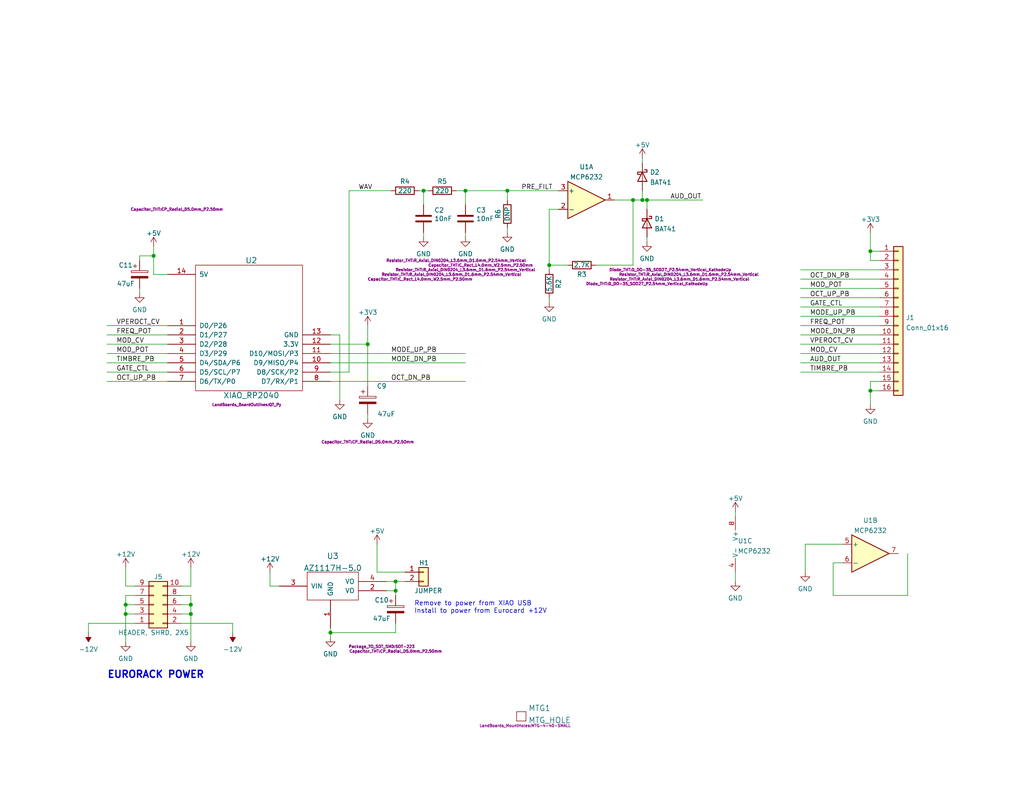
<source format=kicad_sch>
(kicad_sch (version 20211123) (generator eeschema)
  (paper "A")
  (title_block (title "VCO CONTROL LOGIC") (date "2022-10-02") (rev "1") (company "LAND BOARDS LLC") (comment 1 "https://note.com/solder_state/n/nca6a1dec3921"))
  (lib_symbols
    (symbol "Amplifier_Operational:TL072" (pin_names (offset 0.127))
      (property "Reference" "U" (at 0 5.08 0))
      (property "Value" "TL072" (at 0 -5.08 0))
      (symbol "TL072_1_1"
        (polyline (pts (xy -5.08 5.08) (xy 5.08 0) (xy -5.08 -5.08) (xy -5.08 5.08)) (stroke (width 0.254)) (fill (type background)))
        (pin output line (at 7.62 0 180) (length 2.54) (name "~") (number "1"))
        (pin input line (at -7.62 -2.54 0) (length 2.54) (name "-") (number "2"))
        (pin input line (at -7.62 2.54 0) (length 2.54) (name "+") (number "3"))
      )
      (symbol "TL072_2_1"
        (polyline (pts (xy -5.08 5.08) (xy 5.08 0) (xy -5.08 -5.08) (xy -5.08 5.08)) (stroke (width 0.254)) (fill (type background)))
        (pin input line (at -7.62 2.54 0) (length 2.54) (name "+") (number "5"))
        (pin input line (at -7.62 -2.54 0) (length 2.54) (name "-") (number "6"))
        (pin output line (at 7.62 0 180) (length 2.54) (name "~") (number "7"))
      )
      (symbol "TL072_3_1"
        (pin power_in line (at -2.54 -7.62 90) (length 3.81) (name "V-") (number "4"))
        (pin power_in line (at -2.54 7.62 270) (length 3.81) (name "V+") (number "8"))
      )
    )
    (symbol "Connector_Generic:Conn_01x02" (pin_names (offset 1.016) hide)
      (property "Reference" "J" (at 0 2.54 0))
      (property "Value" "Conn_01x02" (at 0 -5.08 0))
      (symbol "Conn_01x02_1_1"
        (rectangle (start -1.27 -2.413) (end 0 -2.667) (stroke (width 0.1524)))
        (rectangle (start -1.27 0.127) (end 0 -0.127) (stroke (width 0.1524)))
        (rectangle (start -1.27 1.27) (end 1.27 -3.81) (stroke (width 0.254)) (fill (type background)))
        (pin passive line (at -5.08 0 0) (length 3.81) (name "Pin_1") (number "1"))
        (pin passive line (at -5.08 -2.54 0) (length 3.81) (name "Pin_2") (number "2"))
      )
    )
    (symbol "Connector_Generic:Conn_01x16" (pin_names (offset 1.016) hide)
      (property "Reference" "J" (at 0 20.32 0))
      (property "Value" "Conn_01x16" (at 0 -22.86 0))
      (symbol "Conn_01x16_1_1"
        (rectangle (start -1.27 -20.193) (end 0 -20.447) (stroke (width 0.1524)))
        (rectangle (start -1.27 -17.653) (end 0 -17.907) (stroke (width 0.1524)))
        (rectangle (start -1.27 -15.113) (end 0 -15.367) (stroke (width 0.1524)))
        (rectangle (start -1.27 -12.573) (end 0 -12.827) (stroke (width 0.1524)))
        (rectangle (start -1.27 -10.033) (end 0 -10.287) (stroke (width 0.1524)))
        (rectangle (start -1.27 -7.493) (end 0 -7.747) (stroke (width 0.1524)))
        (rectangle (start -1.27 -4.953) (end 0 -5.207) (stroke (width 0.1524)))
        (rectangle (start -1.27 -2.413) (end 0 -2.667) (stroke (width 0.1524)))
        (rectangle (start -1.27 0.127) (end 0 -0.127) (stroke (width 0.1524)))
        (rectangle (start -1.27 2.667) (end 0 2.413) (stroke (width 0.1524)))
        (rectangle (start -1.27 5.207) (end 0 4.953) (stroke (width 0.1524)))
        (rectangle (start -1.27 7.747) (end 0 7.493) (stroke (width 0.1524)))
        (rectangle (start -1.27 10.287) (end 0 10.033) (stroke (width 0.1524)))
        (rectangle (start -1.27 12.827) (end 0 12.573) (stroke (width 0.1524)))
        (rectangle (start -1.27 15.367) (end 0 15.113) (stroke (width 0.1524)))
        (rectangle (start -1.27 17.907) (end 0 17.653) (stroke (width 0.1524)))
        (rectangle (start -1.27 19.05) (end 1.27 -21.59) (stroke (width 0.254)) (fill (type background)))
        (pin passive line (at -5.08 17.78 0) (length 3.81) (name "Pin_1") (number "1"))
        (pin passive line (at -5.08 -5.08 0) (length 3.81) (name "Pin_10") (number "10"))
        (pin passive line (at -5.08 -7.62 0) (length 3.81) (name "Pin_11") (number "11"))
        (pin passive line (at -5.08 -10.16 0) (length 3.81) (name "Pin_12") (number "12"))
        (pin passive line (at -5.08 -12.7 0) (length 3.81) (name "Pin_13") (number "13"))
        (pin passive line (at -5.08 -15.24 0) (length 3.81) (name "Pin_14") (number "14"))
        (pin passive line (at -5.08 -17.78 0) (length 3.81) (name "Pin_15") (number "15"))
        (pin passive line (at -5.08 -20.32 0) (length 3.81) (name "Pin_16") (number "16"))
        (pin passive line (at -5.08 15.24 0) (length 3.81) (name "Pin_2") (number "2"))
        (pin passive line (at -5.08 12.7 0) (length 3.81) (name "Pin_3") (number "3"))
        (pin passive line (at -5.08 10.16 0) (length 3.81) (name "Pin_4") (number "4"))
        (pin passive line (at -5.08 7.62 0) (length 3.81) (name "Pin_5") (number "5"))
        (pin passive line (at -5.08 5.08 0) (length 3.81) (name "Pin_6") (number "6"))
        (pin passive line (at -5.08 2.54 0) (length 3.81) (name "Pin_7") (number "7"))
        (pin passive line (at -5.08 0 0) (length 3.81) (name "Pin_8") (number "8"))
        (pin passive line (at -5.08 -2.54 0) (length 3.81) (name "Pin_9") (number "9"))
      )
    )
    (symbol "Connector_Generic:Conn_02x05_Odd_Even" (pin_names (offset 1.016) hide)
      (property "Reference" "J" (at 1.27 7.62 0))
      (property "Value" "Conn_02x05_Odd_Even" (at 1.27 -7.62 0))
      (symbol "Conn_02x05_Odd_Even_1_1"
        (rectangle (start -1.27 -4.953) (end 0 -5.207) (stroke (width 0.1524)))
        (rectangle (start -1.27 -2.413) (end 0 -2.667) (stroke (width 0.1524)))
        (rectangle (start -1.27 0.127) (end 0 -0.127) (stroke (width 0.1524)))
        (rectangle (start -1.27 2.667) (end 0 2.413) (stroke (width 0.1524)))
        (rectangle (start -1.27 5.207) (end 0 4.953) (stroke (width 0.1524)))
        (rectangle (start -1.27 6.35) (end 3.81 -6.35) (stroke (width 0.254)) (fill (type background)))
        (rectangle (start 3.81 -4.953) (end 2.54 -5.207) (stroke (width 0.1524)))
        (rectangle (start 3.81 -2.413) (end 2.54 -2.667) (stroke (width 0.1524)))
        (rectangle (start 3.81 0.127) (end 2.54 -0.127) (stroke (width 0.1524)))
        (rectangle (start 3.81 2.667) (end 2.54 2.413) (stroke (width 0.1524)))
        (rectangle (start 3.81 5.207) (end 2.54 4.953) (stroke (width 0.1524)))
        (pin passive line (at -5.08 5.08 0) (length 3.81) (name "Pin_1") (number "1"))
        (pin passive line (at 7.62 -5.08 180) (length 3.81) (name "Pin_10") (number "10"))
        (pin passive line (at 7.62 5.08 180) (length 3.81) (name "Pin_2") (number "2"))
        (pin passive line (at -5.08 2.54 0) (length 3.81) (name "Pin_3") (number "3"))
        (pin passive line (at 7.62 2.54 180) (length 3.81) (name "Pin_4") (number "4"))
        (pin passive line (at -5.08 0 0) (length 3.81) (name "Pin_5") (number "5"))
        (pin passive line (at 7.62 0 180) (length 3.81) (name "Pin_6") (number "6"))
        (pin passive line (at -5.08 -2.54 0) (length 3.81) (name "Pin_7") (number "7"))
        (pin passive line (at 7.62 -2.54 180) (length 3.81) (name "Pin_8") (number "8"))
        (pin passive line (at -5.08 -5.08 0) (length 3.81) (name "Pin_9") (number "9"))
      )
    )
    (symbol "Device:C" (pin_numbers hide) (pin_names (offset 0.254))
      (property "Reference" "C" (at 0.635 2.54 0))
      (property "Value" "C" (at 0.635 -2.54 0))
      (symbol "C_0_1"
        (polyline (pts (xy -2.032 -0.762) (xy 2.032 -0.762)) (stroke (width 0.508)))
        (polyline (pts (xy -2.032 0.762) (xy 2.032 0.762)) (stroke (width 0.508)))
      )
      (symbol "C_1_1"
        (pin passive line (at 0 3.81 270) (length 2.794) (name "~") (number "1"))
        (pin passive line (at 0 -3.81 90) (length 2.794) (name "~") (number "2"))
      )
    )
    (symbol "Device:C_Polarized" (pin_numbers hide) (pin_names (offset 0.254))
      (property "Reference" "C" (at 0.635 2.54 0))
      (property "Value" "C_Polarized" (at 0.635 -2.54 0))
      (symbol "C_Polarized_0_1"
        (rectangle (start -2.286 0.508) (end 2.286 1.016))
        (polyline (pts (xy -1.778 2.286) (xy -0.762 2.286)))
        (polyline (pts (xy -1.27 2.794) (xy -1.27 1.778)))
        (rectangle (start 2.286 -0.508) (end -2.286 -1.016) (fill (type outline)))
      )
      (symbol "C_Polarized_1_1"
        (pin passive line (at 0 3.81 270) (length 2.794) (name "~") (number "1"))
        (pin passive line (at 0 -3.81 90) (length 2.794) (name "~") (number "2"))
      )
    )
    (symbol "Device:D_Schottky" (pin_numbers hide) (pin_names (offset 1.016) hide)
      (property "Reference" "D" (at 0 2.54 0))
      (property "Value" "D_Schottky" (at 0 -2.54 0))
      (symbol "D_Schottky_0_1"
        (polyline (pts (xy 1.27 0) (xy -1.27 0)))
        (polyline (pts (xy 1.27 1.27) (xy 1.27 -1.27) (xy -1.27 0) (xy 1.27 1.27)) (stroke (width 0.254)))
        (polyline (pts (xy -1.905 0.635) (xy -1.905 1.27) (xy -1.27 1.27) (xy -1.27 -1.27) (xy -0.635 -1.27) (xy -0.635 -0.635)) (stroke (width 0.254)))
      )
      (symbol "D_Schottky_1_1"
        (pin passive line (at -3.81 0 0) (length 2.54) (name "K") (number "1"))
        (pin passive line (at 3.81 0 180) (length 2.54) (name "A") (number "2"))
      )
    )
    (symbol "Device:R" (pin_numbers hide) (pin_names (offset 0))
      (property "Reference" "R" (at 2.032 0 90))
      (property "Value" "R" (at 0 0 90))
      (symbol "R_0_1"
        (rectangle (start -1.016 -2.54) (end 1.016 2.54) (stroke (width 0.254)))
      )
      (symbol "R_1_1"
        (pin passive line (at 0 3.81 270) (length 1.27) (name "~") (number "1"))
        (pin passive line (at 0 -3.81 90) (length 1.27) (name "~") (number "2"))
      )
    )
    (symbol "LandBoards:MTG_HOLE" (pin_names (offset 1.016))
      (property "Reference" "MTG?" (at 0 2.54 0))
      (property "Value" "MTG_HOLE" (at 0 -2.54 0))
      (symbol "MTG_HOLE_0_1"
        (rectangle (start -1.27 -1.27) (end 1.27 -1.27))
        (rectangle (start -1.27 1.27) (end -1.27 -1.27))
        (rectangle (start 1.27 1.27) (end -1.27 1.27))
        (rectangle (start 1.27 1.27) (end 1.27 -1.27))
      )
    )
    (symbol "LandBoards_Cards:XIAO_RP2040" (pin_names (offset 1.016))
      (property "Reference" "BRD" (at 0 25.4 0))
      (property "Value" "XIAO_RP2040" (at 0 -11.43 0))
      (symbol "XIAO_RP2040_0_0"
        (rectangle (start -15.24 24.13) (end 13.97 -10.16))
      )
      (symbol "XIAO_RP2040_1_1"
        (pin bidirectional line (at -22.86 7.62 0) (length 7.62) (name "D0/P26") (number "1"))
        (pin bidirectional line (at 21.59 -2.54 180) (length 7.62) (name "D9/MISO/P4") (number "10"))
        (pin bidirectional line (at 21.59 0 180) (length 7.62) (name "D10/MOSI/P3") (number "11"))
        (pin power_out line (at 21.59 2.54 180) (length 7.62) (name "3.3V") (number "12"))
        (pin power_in line (at 21.59 5.08 180) (length 7.62) (name "GND") (number "13"))
        (pin power_in line (at -22.86 21.59 0) (length 7.62) (name "5V") (number "14"))
        (pin bidirectional line (at -22.86 5.08 0) (length 7.62) (name "D1/P27") (number "2"))
        (pin bidirectional line (at -22.86 2.54 0) (length 7.62) (name "D2/P28") (number "3"))
        (pin bidirectional line (at -22.86 0 0) (length 7.62) (name "D3/P29") (number "4"))
        (pin bidirectional line (at -22.86 -2.54 0) (length 7.62) (name "D4/SDA/P6") (number "5"))
        (pin bidirectional line (at -22.86 -5.08 0) (length 7.62) (name "D5/SCL/P7") (number "6"))
        (pin bidirectional line (at -22.86 -7.62 0) (length 7.62) (name "D6/TX/P0") (number "7"))
        (pin bidirectional line (at 21.59 -7.62 180) (length 7.62) (name "D7/RX/P1") (number "8"))
        (pin bidirectional line (at 21.59 -5.08 180) (length 7.62) (name "D8/SCK/P2") (number "9"))
      )
    )
    (symbol "LandBoards_Semis:AP1117" (pin_names (offset 1.016))
      (property "Reference" "U" (at 2.54 3.81 0))
      (property "Value" "AP1117" (at 6.35 -6.35 0))
      (symbol "AP1117_0_1"
        (polyline (pts (xy -8.89 -5.08) (xy -8.89 2.54) (xy 5.08 2.54) (xy 5.08 -5.08) (xy -8.89 -5.08)))
      )
      (symbol "AP1117_1_1"
        (pin power_in line (at -2.54 -12.7 90) (length 7.62) (name "GND") (number "1"))
        (pin passive line (at 12.7 -2.54 180) (length 7.62) (name "VO") (number "2"))
        (pin power_in line (at -16.51 -1.27 0) (length 7.62) (name "VIN") (number "3"))
        (pin power_out line (at 12.7 0 180) (length 7.62) (name "VO") (number "4"))
      )
    )
    (symbol "power:+12V" (power) (pin_names (offset 0))
      (property "Value" "+12V" (at 0 3.556 0))
      (symbol "+12V_0_1"
        (polyline (pts (xy -0.762 1.27) (xy 0 2.54)))
        (polyline (pts (xy 0 0) (xy 0 2.54)))
        (polyline (pts (xy 0 2.54) (xy 0.762 1.27)))
      )
      (symbol "+12V_1_1"
        (pin power_in line (at 0 0 90) (length 0) hide (name "+12V") (number "1"))
      )
    )
    (symbol "power:+3.3V" (power) (pin_names (offset 0))
      (property "Value" "+3.3V" (at 0 3.556 0))
      (symbol "+3.3V_0_1"
        (polyline (pts (xy -0.762 1.27) (xy 0 2.54)))
        (polyline (pts (xy 0 0) (xy 0 2.54)))
        (polyline (pts (xy 0 2.54) (xy 0.762 1.27)))
      )
      (symbol "+3.3V_1_1"
        (pin power_in line (at 0 0 90) (length 0) hide (name "+3V3") (number "1"))
      )
    )
    (symbol "power:+5V" (power) (pin_names (offset 0))
      (property "Value" "+5V" (at 0 3.556 0))
      (symbol "+5V_0_1"
        (polyline (pts (xy -0.762 1.27) (xy 0 2.54)))
        (polyline (pts (xy 0 0) (xy 0 2.54)))
        (polyline (pts (xy 0 2.54) (xy 0.762 1.27)))
      )
      (symbol "+5V_1_1"
        (pin power_in line (at 0 0 90) (length 0) hide (name "+5V") (number "1"))
      )
    )
    (symbol "power:-12V" (power) (pin_names (offset 0))
      (property "Value" "-12V" (at 0 3.81 0))
      (symbol "-12V_0_0"
        (pin power_in line (at 0 0 90) (length 0) hide (name "-12V") (number "1"))
      )
      (symbol "-12V_0_1"
        (polyline (pts (xy 0 0) (xy 0 1.27) (xy 0.762 1.27) (xy 0 2.54) (xy -0.762 1.27) (xy 0 1.27)) (fill (type outline)))
      )
    )
    (symbol "power:GND" (power) (pin_names (offset 0))
      (property "Value" "GND" (at 0 -3.81 0))
      (symbol "GND_0_1"
        (polyline (pts (xy 0 0) (xy 0 -1.27) (xy 1.27 -1.27) (xy 0 -2.54) (xy -1.27 -1.27) (xy 0 -1.27)))
      )
      (symbol "GND_1_1"
        (pin power_in line (at 0 0 270) (length 0) hide (name "GND") (number "1"))
      )
    )
  )
  (junction (at 34.29 165.1))
  (junction (at 100.33 93.98))
  (junction (at 127 52.07))
  (junction (at 90.17 172.72))
  (junction (at 34.29 167.64))
  (junction (at 138.43 52.07))
  (junction (at 52.07 167.64))
  (junction (at 52.07 165.1))
  (junction (at 41.91 69.85))
  (junction (at 115.57 52.07))
  (junction (at 149.86 72.39))
  (junction (at 172.72 54.61))
  (junction (at 107.95 161.29))
  (junction (at 107.95 158.75))
  (junction (at 175.26 54.61))
  (junction (at 237.49 68.58))
  (junction (at 176.53 54.61))
  (junction (at 237.49 106.68))
  (wire (pts (xy 229.87 148.59) (xy 219.71 148.59)))
  (wire (pts (xy 218.44 88.9) (xy 240.03 88.9)))
  (wire (pts (xy 105.41 158.75) (xy 107.95 158.75)))
  (wire (pts (xy 176.53 54.61) (xy 191.77 54.61)))
  (wire (pts (xy 90.17 93.98) (xy 100.33 93.98)))
  (wire (pts (xy 105.41 161.29) (xy 107.95 161.29)))
  (wire (pts (xy 36.83 170.18) (xy 24.13 170.18)))
  (wire (pts (xy 200.66 156.21) (xy 200.66 158.75)))
  (wire (pts (xy 175.26 43.18) (xy 175.26 44.45)))
  (wire (pts (xy 29.21 93.98) (xy 45.72 93.98)))
  (wire (pts (xy 24.13 170.18) (xy 24.13 172.72)))
  (wire (pts (xy 227.33 153.67) (xy 227.33 162.56)))
  (wire (pts (xy 90.17 172.72) (xy 107.95 172.72)))
  (wire (pts (xy 38.1 80.01) (xy 38.1 78.74)))
  (wire (pts (xy 218.44 76.2) (xy 240.03 76.2)))
  (wire (pts (xy 218.44 93.98) (xy 240.03 93.98)))
  (wire (pts (xy 218.44 96.52) (xy 240.03 96.52)))
  (wire (pts (xy 240.03 71.12) (xy 237.49 71.12)))
  (wire (pts (xy 90.17 101.6) (xy 95.25 101.6)))
  (wire (pts (xy 115.57 52.07) (xy 115.57 55.88)))
  (wire (pts (xy 52.07 162.56) (xy 52.07 165.1)))
  (wire (pts (xy 116.84 52.07) (xy 115.57 52.07)))
  (wire (pts (xy 73.66 160.02) (xy 76.2 160.02)))
  (wire (pts (xy 29.21 104.14) (xy 45.72 104.14)))
  (wire (pts (xy 138.43 62.23) (xy 138.43 63.5)))
  (wire (pts (xy 49.53 165.1) (xy 52.07 165.1)))
  (wire (pts (xy 102.87 156.21) (xy 102.87 148.59)))
  (wire (pts (xy 218.44 78.74) (xy 240.03 78.74)))
  (wire (pts (xy 41.91 74.93) (xy 41.91 69.85)))
  (wire (pts (xy 229.87 153.67) (xy 227.33 153.67)))
  (wire (pts (xy 41.91 69.85) (xy 41.91 67.31)))
  (wire (pts (xy 172.72 54.61) (xy 175.26 54.61)))
  (wire (pts (xy 95.25 52.07) (xy 106.68 52.07)))
  (wire (pts (xy 219.71 148.59) (xy 219.71 156.21)))
  (wire (pts (xy 90.17 104.14) (xy 127 104.14)))
  (wire (pts (xy 90.17 172.72) (xy 90.17 173.99)))
  (wire (pts (xy 41.91 74.93) (xy 45.72 74.93)))
  (wire (pts (xy 237.49 110.49) (xy 237.49 106.68)))
  (wire (pts (xy 115.57 64.77) (xy 115.57 63.5)))
  (wire (pts (xy 90.17 96.52) (xy 127 96.52)))
  (wire (pts (xy 162.56 72.39) (xy 172.72 72.39)))
  (wire (pts (xy 95.25 52.07) (xy 95.25 101.6)))
  (wire (pts (xy 127 64.77) (xy 127 63.5)))
  (wire (pts (xy 124.46 52.07) (xy 127 52.07)))
  (wire (pts (xy 36.83 160.02) (xy 34.29 160.02)))
  (wire (pts (xy 29.21 99.06) (xy 45.72 99.06)))
  (wire (pts (xy 138.43 52.07) (xy 138.43 54.61)))
  (wire (pts (xy 90.17 99.06) (xy 127 99.06)))
  (wire (pts (xy 107.95 161.29) (xy 107.95 162.56)))
  (wire (pts (xy 49.53 170.18) (xy 63.5 170.18)))
  (wire (pts (xy 29.21 101.6) (xy 45.72 101.6)))
  (wire (pts (xy 41.91 69.85) (xy 38.1 69.85)))
  (wire (pts (xy 176.53 54.61) (xy 176.53 57.15)))
  (wire (pts (xy 149.86 57.15) (xy 152.4 57.15)))
  (wire (pts (xy 218.44 91.44) (xy 240.03 91.44)))
  (wire (pts (xy 227.33 162.56) (xy 247.65 162.56)))
  (wire (pts (xy 149.86 72.39) (xy 149.86 73.66)))
  (wire (pts (xy 167.64 54.61) (xy 172.72 54.61)))
  (wire (pts (xy 237.49 71.12) (xy 237.49 68.58)))
  (wire (pts (xy 172.72 72.39) (xy 172.72 54.61)))
  (wire (pts (xy 34.29 162.56) (xy 34.29 165.1)))
  (wire (pts (xy 29.21 91.44) (xy 45.72 91.44)))
  (wire (pts (xy 149.86 81.28) (xy 149.86 82.55)))
  (wire (pts (xy 34.29 167.64) (xy 34.29 175.26)))
  (wire (pts (xy 90.17 91.44) (xy 92.71 91.44)))
  (wire (pts (xy 138.43 52.07) (xy 152.4 52.07)))
  (wire (pts (xy 237.49 68.58) (xy 237.49 63.5)))
  (wire (pts (xy 49.53 160.02) (xy 52.07 160.02)))
  (wire (pts (xy 115.57 52.07) (xy 114.3 52.07)))
  (wire (pts (xy 200.66 139.7) (xy 200.66 140.97)))
  (wire (pts (xy 100.33 114.3) (xy 100.33 113.03)))
  (wire (pts (xy 73.66 156.21) (xy 73.66 160.02)))
  (wire (pts (xy 127 52.07) (xy 138.43 52.07)))
  (wire (pts (xy 175.26 54.61) (xy 176.53 54.61)))
  (wire (pts (xy 110.49 156.21) (xy 102.87 156.21)))
  (wire (pts (xy 49.53 167.64) (xy 52.07 167.64)))
  (wire (pts (xy 36.83 162.56) (xy 34.29 162.56)))
  (wire (pts (xy 218.44 73.66) (xy 240.03 73.66)))
  (wire (pts (xy 34.29 154.94) (xy 34.29 160.02)))
  (wire (pts (xy 218.44 99.06) (xy 240.03 99.06)))
  (wire (pts (xy 38.1 69.85) (xy 38.1 71.12)))
  (wire (pts (xy 218.44 83.82) (xy 240.03 83.82)))
  (wire (pts (xy 90.17 171.45) (xy 90.17 172.72)))
  (wire (pts (xy 237.49 106.68) (xy 237.49 104.14)))
  (wire (pts (xy 237.49 104.14) (xy 240.03 104.14)))
  (wire (pts (xy 237.49 68.58) (xy 240.03 68.58)))
  (wire (pts (xy 107.95 172.72) (xy 107.95 170.18)))
  (wire (pts (xy 237.49 106.68) (xy 240.03 106.68)))
  (wire (pts (xy 107.95 158.75) (xy 110.49 158.75)))
  (wire (pts (xy 176.53 66.04) (xy 176.53 64.77)))
  (wire (pts (xy 247.65 162.56) (xy 247.65 151.13)))
  (wire (pts (xy 52.07 167.64) (xy 52.07 175.26)))
  (wire (pts (xy 218.44 86.36) (xy 240.03 86.36)))
  (wire (pts (xy 107.95 161.29) (xy 107.95 158.75)))
  (wire (pts (xy 52.07 154.94) (xy 52.07 160.02)))
  (wire (pts (xy 34.29 165.1) (xy 34.29 167.64)))
  (wire (pts (xy 218.44 81.28) (xy 240.03 81.28)))
  (wire (pts (xy 100.33 88.9) (xy 100.33 93.98)))
  (wire (pts (xy 52.07 165.1) (xy 52.07 167.64)))
  (wire (pts (xy 218.44 101.6) (xy 240.03 101.6)))
  (wire (pts (xy 63.5 170.18) (xy 63.5 172.72)))
  (wire (pts (xy 34.29 167.64) (xy 36.83 167.64)))
  (wire (pts (xy 92.71 91.44) (xy 92.71 109.22)))
  (wire (pts (xy 127 52.07) (xy 127 55.88)))
  (wire (pts (xy 149.86 72.39) (xy 149.86 57.15)))
  (wire (pts (xy 34.29 165.1) (xy 36.83 165.1)))
  (wire (pts (xy 49.53 162.56) (xy 52.07 162.56)))
  (wire (pts (xy 154.94 72.39) (xy 149.86 72.39)))
  (wire (pts (xy 100.33 105.41) (xy 100.33 93.98)))
  (wire (pts (xy 175.26 52.07) (xy 175.26 54.61)))
  (wire (pts (xy 29.21 96.52) (xy 45.72 96.52)))
  (wire (pts (xy 29.21 88.9) (xy 45.72 88.9)))
  (text "EURORACK POWER" (at 29.21 185.42 0) (effects (font (size 1.905 1.905) (thickness 0.381) bold) (justify left bottom)))
  (text "Remove to power from XIAO USB\nInstall to power from Eurocard +12V" (at 113.03 167.64 0) (effects (font (size 1.27 1.27)) (justify left bottom)))
  (label "OCT_DN_PB" (at 106.68 104.14 0))
  (label "MODE_DN_PB" (at 106.68 99.06 0))
  (label "FREQ_POT" (at 220.98 88.9 0))
  (label "GATE_CTL" (at 31.75 101.6 0))
  (label "MODE_DN_PB" (at 220.98 91.44 0))
  (label "MOD_POT" (at 220.98 78.74 0))
  (label "MOD_CV" (at 31.75 93.98 0))
  (label "VPEROCT_CV" (at 220.98 93.98 0))
  (label "FREQ_POT" (at 31.75 91.44 0))
  (label "TIMBRE_PB" (at 220.98 101.6 0))
  (label "MOD_POT" (at 31.75 96.52 0))
  (label "TIMBRE_PB" (at 31.75 99.06 0))
  (label "OCT_UP_PB" (at 220.98 81.28 0))
  (label "MODE_UP_PB" (at 220.98 86.36 0))
  (label "WAV" (at 97.79 52.07 0))
  (label "AUD_OUT" (at 220.98 99.06 0))
  (label "VPEROCT_CV" (at 31.75 88.9 0))
  (label "OCT_DN_PB" (at 220.98 76.2 0))
  (label "AUD_OUT" (at 182.88 54.61 0))
  (label "MODE_UP_PB" (at 106.68 96.52 0))
  (label "MOD_CV" (at 220.98 96.52 0))
  (label "PRE_FILT" (at 142.24 52.07 0))
  (label "GATE_CTL" (at 220.98 83.82 0))
  (label "OCT_UP_PB" (at 31.75 104.14 0))
  (symbol (lib_id "power:GND") (at 92.71 109.22 0) (unit 1)
    (property "Reference" "#PWR0105" (effects hide))
    (property "Value" "GND" (at 92.71 113.7825 0))
  )
  (symbol (lib_id "Device:C_Polarized") (at 107.95 166.37 0) (unit 1)
    (property "Reference" "C10" (at 104.14 163.83 0))
    (property "Value" "47uF" (at 104.14 168.91 0))
    (property "Footprint" "Capacitor_THT:CP_Radial_D5.0mm_P2.50mm" (at 107.95 177.8 0) (effects (font (size 0.762 0.762))))
  )
  (symbol (lib_id "Device:R") (at 120.65 52.07 90) (unit 1)
    (property "Reference" "R5" (at 120.65 49.53 90))
    (property "Value" "220" (at 120.65 52.07 90))
    (property "Footprint" "Resistor_THT:R_Axial_DIN0204_L3.6mm_D1.6mm_P2.54mm_Vertical" (at 127 73.66 90) (effects (font (size 0.762 0.762))))
  )
  (symbol (lib_id "power:GND") (at 90.17 173.99 0) (unit 1)
    (property "Reference" "#PWR0135" (effects hide))
    (property "Value" "GND" (at 90.17 178.5525 0))
  )
  (symbol (lib_id "Device:C_Polarized") (at 38.1 74.93 0) (unit 1)
    (property "Reference" "C11" (at 34.29 72.39 0))
    (property "Value" "47uF" (at 34.29 77.47 0))
    (property "Footprint" "Capacitor_THT:CP_Radial_D5.0mm_P2.50mm" (at 48.26 57.15 0) (effects (font (size 0.762 0.762))))
  )
  (symbol (lib_id "power:+5V") (at 102.87 148.59 0) (unit 1)
    (property "Reference" "#PWR0134" (effects hide))
    (property "Value" "+5V" (at 102.87 144.9855 0))
  )
  (symbol (lib_id "power:+12V") (at 52.07 154.94 0) (unit 1)
    (property "Reference" "#PWR0137" (effects hide))
    (property "Value" "+12V" (at 52.07 151.3355 0))
  )
  (symbol (lib_id "power:GND") (at 237.49 110.49 0) (unit 1)
    (property "Reference" "#PWR0102" (effects hide))
    (property "Value" "GND" (at 237.49 115.0525 0))
  )
  (symbol (lib_id "Amplifier_Operational:TL072") (at 237.49 151.13 0) (unit 2)
    (property "Reference" "U1" (at 237.49 142.0835 0))
    (property "Value" "MCP6232" (at 237.49 144.8586 0))
    (property "Footprint" "Package_DIP:DIP-8_W7.62mm" (effects hide))
  )
  (symbol (lib_id "Device:D_Schottky") (at 176.53 60.96 270) (unit 1)
    (property "Reference" "D1" (at 178.562 59.734 90) (effects (justify left)))
    (property "Value" "BAT41" (at 178.562 62.5091 90) (effects (justify left)))
    (property "Footprint" "Diode_THT:D_DO-35_SOD27_P2.54mm_Vertical_KathodeUp" (at 176.53 77.47 90) (effects (font (size 0.762 0.762))))
  )
  (symbol (lib_id "LandBoards_Semis:AP1117") (at 92.71 158.75 0) (unit 1)
    (property "Reference" "U3" (at 90.805 151.8061 0) (effects (font (size 1.524 1.524))))
    (property "Value" "AZ1117H-5.0" (at 90.805 155.0851 0) (effects (font (size 1.524 1.524))))
    (property "Footprint" "Package_TO_SOT_SMD:SOT-223" (at 104.14 176.53 0) (effects (font (size 0.762 0.762))))
  )
  (symbol (lib_id "Device:R") (at 158.75 72.39 90) (unit 1)
    (property "Reference" "R3" (at 158.75 74.93 90))
    (property "Value" "2.7K" (at 158.75 72.39 90))
    (property "Footprint" "Resistor_THT:R_Axial_DIN0204_L3.6mm_D1.6mm_P2.54mm_Vertical" (at 185.42 76.2 90) (effects (font (size 0.762 0.762))))
  )
  (symbol (lib_id "Connector_Generic:Conn_01x02") (at 115.57 156.21 0) (unit 1)
    (property "Reference" "H1" (at 114.3 153.67 0) (effects (justify left)))
    (property "Value" "JUMPER" (at 113.03 161.29 0) (effects (justify left)))
    (property "Footprint" "Connector_PinHeader_2.54mm:PinHeader_1x02_P2.54mm_Vertical" (effects hide))
  )
  (symbol (lib_id "power:GND") (at 127 64.77 0) (unit 1)
    (property "Reference" "#PWR0115" (effects hide))
    (property "Value" "GND" (at 127 69.3325 0))
  )
  (symbol (lib_id "Device:R") (at 110.49 52.07 90) (unit 1)
    (property "Reference" "R4" (at 110.49 49.53 90))
    (property "Value" "220" (at 110.49 52.07 90))
    (property "Footprint" "Resistor_THT:R_Axial_DIN0204_L3.6mm_D1.6mm_P2.54mm_Vertical" (at 124.46 71.12 90) (effects (font (size 0.762 0.762))))
  )
  (symbol (lib_id "power:+5V") (at 41.91 67.31 0) (unit 1)
    (property "Reference" "#PWR0118" (effects hide))
    (property "Value" "+5V" (at 41.91 63.7055 0))
  )
  (symbol (lib_id "Device:R") (at 149.86 77.47 180) (unit 1)
    (property "Reference" "R2" (at 152.4 77.47 90))
    (property "Value" "5.6K" (at 149.86 77.47 90))
    (property "Footprint" "Resistor_THT:R_Axial_DIN0204_L3.6mm_D1.6mm_P2.54mm_Vertical" (at 187.96 74.93 0) (effects (font (size 0.762 0.762))))
  )
  (symbol (lib_id "power:+3.3V") (at 237.49 63.5 0) (unit 1)
    (property "Reference" "#PWR0101" (effects hide))
    (property "Value" "+3.3V" (at 237.49 59.8955 0))
  )
  (symbol (lib_id "power:GND") (at 138.43 63.5 0) (unit 1)
    (property "Reference" "#PWR0126" (effects hide))
    (property "Value" "GND" (at 138.43 68.0625 0))
  )
  (symbol (lib_id "power:GND") (at 34.29 175.26 0) (unit 1)
    (property "Reference" "#PWR0142" (effects hide))
    (property "Value" "GND" (at 34.29 179.8225 0))
  )
  (symbol (lib_id "Device:C_Polarized") (at 100.33 109.22 0) (unit 1)
    (property "Reference" "C9" (at 104.14 105.41 0))
    (property "Value" "47uF" (at 105.41 113.03 0))
    (property "Footprint" "Capacitor_THT:CP_Radial_D5.0mm_P2.50mm" (at 100.33 120.65 0) (effects (font (size 0.762 0.762))))
  )
  (symbol (lib_id "power:-12V") (at 24.13 172.72 180) (unit 1)
    (property "Reference" "#PWR0140" (effects hide))
    (property "Value" "-12V" (at 24.13 177.2825 0))
  )
  (symbol (lib_id "LandBoards:MTG_HOLE") (at 142.24 195.58 0) (unit 1)
    (property "Reference" "MTG1" (at 144.145 193.3446 0) (effects (font (size 1.524 1.524)) (justify left)))
    (property "Value" "MTG_HOLE" (at 144.145 196.6236 0) (effects (font (size 1.524 1.524)) (justify left)))
    (property "Footprint" "LandBoards_MountHoles:MTG-4-40-SMALL" (at 130.81 198.12 0) (effects (font (size 0.762 0.762)) (justify left)))
  )
  (symbol (lib_id "power:GND") (at 100.33 114.3 0) (unit 1)
    (property "Reference" "#PWR0104" (effects hide))
    (property "Value" "GND" (at 100.33 118.8625 0))
  )
  (symbol (lib_id "power:GND") (at 176.53 66.04 0) (unit 1)
    (property "Reference" "#PWR0120" (effects hide))
    (property "Value" "GND" (at 176.53 70.6025 0))
  )
  (symbol (lib_id "power:GND") (at 52.07 175.26 0) (unit 1)
    (property "Reference" "#PWR0138" (effects hide))
    (property "Value" "GND" (at 52.07 179.8225 0))
  )
  (symbol (lib_id "Connector_Generic:Conn_02x05_Odd_Even") (at 41.91 165.1 0) (mirror x) (unit 1)
    (property "Reference" "J5" (at 43.18 157.48 0))
    (property "Value" "HEADER, SHRD, 2X5" (at 41.91 172.72 0))
    (property "Footprint" "Connector_IDC:IDC-Header_2x05_P2.54mm_Vertical" (effects hide))
    (property "Datasheet" "https://store.synthrotek.com/10-Pin_Keyed_Shrouded_Eurorack_Power_Header" (effects hide))
  )
  (symbol (lib_id "power:GND") (at 38.1 80.01 0) (unit 1)
    (property "Reference" "#PWR0119" (effects hide))
    (property "Value" "GND" (at 38.1 84.5725 0))
  )
  (symbol (lib_id "Device:C") (at 115.57 59.69 0) (unit 1)
    (property "Reference" "C2" (at 118.491 57.3786 0) (effects (justify left)))
    (property "Value" "10nF" (at 118.491 59.69 0) (effects (justify left)))
    (property "Footprint" "Capacitor_THT:C_Rect_L4.0mm_W2.5mm_P2.50mm" (at 100.33 76.2 0) (effects (font (size 0.762 0.762)) (justify left)))
  )
  (symbol (lib_id "Amplifier_Operational:TL072") (at 203.2 148.59 0) (unit 3)
    (property "Reference" "U1" (at 201.295 147.6815 0) (effects (justify left)))
    (property "Value" "MCP6232" (at 201.295 150.4566 0) (effects (justify left)))
    (property "Footprint" "Package_DIP:DIP-8_W7.62mm" (effects hide))
  )
  (symbol (lib_id "power:+5V") (at 175.26 43.18 0) (unit 1)
    (property "Reference" "#PWR0117" (effects hide))
    (property "Value" "+5V" (at 175.26 39.5755 0))
  )
  (symbol (lib_id "power:GND") (at 200.66 158.75 0) (unit 1)
    (property "Reference" "#PWR0121" (effects hide))
    (property "Value" "GND" (at 200.66 163.3125 0))
  )
  (symbol (lib_id "power:+12V") (at 73.66 156.21 0) (unit 1)
    (property "Reference" "#PWR0133" (effects hide))
    (property "Value" "+12V" (at 73.66 152.6055 0))
  )
  (symbol (lib_id "power:+3.3V") (at 100.33 88.9 0) (unit 1)
    (property "Reference" "#PWR0123" (effects hide))
    (property "Value" "+3.3V" (at 100.33 85.2955 0))
  )
  (symbol (lib_id "power:GND") (at 149.86 82.55 0) (unit 1)
    (property "Reference" "#PWR0122" (effects hide))
    (property "Value" "GND" (at 149.86 87.1125 0))
  )
  (symbol (lib_id "power:GND") (at 115.57 64.77 0) (unit 1)
    (property "Reference" "#PWR0113" (effects hide))
    (property "Value" "GND" (at 115.57 69.3325 0))
  )
  (symbol (lib_id "power:+5V") (at 200.66 139.7 0) (unit 1)
    (property "Reference" "#PWR0116" (effects hide))
    (property "Value" "+5V" (at 200.66 136.0955 0))
  )
  (symbol (lib_id "power:-12V") (at 63.5 172.72 180) (unit 1)
    (property "Reference" "#PWR0139" (effects hide))
    (property "Value" "-12V" (at 63.5 177.2825 0))
  )
  (symbol (lib_id "Amplifier_Operational:TL072") (at 160.02 54.61 0) (unit 1)
    (property "Reference" "U1" (at 160.02 45.5635 0))
    (property "Value" "MCP6232" (at 160.02 48.3386 0))
    (property "Footprint" "Package_DIP:DIP-8_W7.62mm" (effects hide))
  )
  (symbol (lib_id "LandBoards_Cards:XIAO_RP2040") (at 68.58 96.52 0) (unit 1)
    (property "Reference" "U2" (at 68.58 71.12 0) (effects (font (size 1.524 1.524))))
    (property "Value" "XIAO_RP2040" (at 68.58 107.95 0) (effects (font (size 1.524 1.524))))
    (property "Footprint" "LandBoards_BoardOutlines:QT_Py" (at 67.31 110.49 0) (effects (font (size 0.762 0.762))))
  )
  (symbol (lib_id "power:GND") (at 219.71 156.21 0) (unit 1)
    (property "Reference" "#PWR0124" (effects hide))
    (property "Value" "GND" (at 219.71 160.7725 0))
  )
  (symbol (lib_id "Connector_Generic:Conn_01x16") (at 245.11 86.36 0) (unit 1)
    (property "Reference" "J1" (at 247.142 86.7215 0) (effects (justify left)))
    (property "Value" "Conn_01x16" (at 247.142 89.4966 0) (effects (justify left)))
    (property "Footprint" "Connector_PinHeader_2.54mm:PinHeader_2x08_P2.54mm_Vertical" (effects hide))
  )
  (symbol (lib_id "Device:D_Schottky") (at 175.26 48.26 270) (unit 1)
    (property "Reference" "D2" (at 177.292 47.034 90) (effects (justify left)))
    (property "Value" "BAT41" (at 177.292 49.8091 90) (effects (justify left)))
    (property "Footprint" "Diode_THT:D_DO-35_SOD27_P2.54mm_Vertical_KathodeUp" (at 182.88 73.66 90) (effects (font (size 0.762 0.762))))
  )
  (symbol (lib_id "power:+12V") (at 34.29 154.94 0) (unit 1)
    (property "Reference" "#PWR0141" (effects hide))
    (property "Value" "+12V" (at 34.29 151.3355 0))
  )
  (symbol (lib_id "Device:C") (at 127 59.69 0) (unit 1)
    (property "Reference" "C3" (at 129.921 57.3786 0) (effects (justify left)))
    (property "Value" "10nF" (at 129.921 59.69 0) (effects (justify left)))
    (property "Footprint" "Capacitor_THT:C_Rect_L4.0mm_W2.5mm_P2.50mm" (at 116.84 72.39 0) (effects (font (size 0.762 0.762)) (justify left)))
  )
  (symbol (lib_id "Device:R") (at 138.43 58.42 0) (unit 1)
    (property "Reference" "R6" (at 135.89 58.42 90))
    (property "Value" "DNP" (at 138.43 58.42 90))
    (property "Footprint" "Resistor_THT:R_Axial_DIN0204_L3.6mm_D1.6mm_P2.54mm_Vertical" (at 123.19 74.93 0) (effects (font (size 0.762 0.762))))
  )
)
</source>
